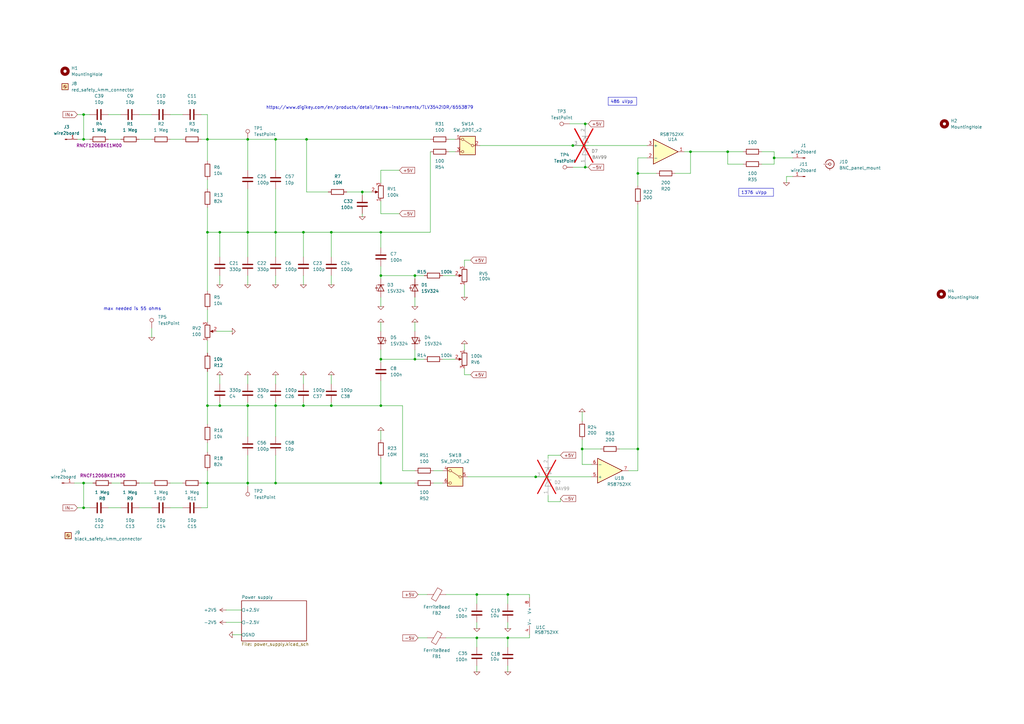
<source format=kicad_sch>
(kicad_sch (version 20250114) (generator "eeschema") (generator_version "9.0")
  (paper "A3")
  (title_block (title "1:200 800V 100 MHz differential probe") (rev "v1") (company "TPI"))
  (lib_symbols
    (symbol "Connector:Conn_01x01_Pin" (pin_names (offset 1.016) (hide yes))
      (property "Reference" "J" (at 0 2.54 0))
      (property "Value" "Conn_01x01_Pin" (at 0 -2.54 0))
      (symbol "Conn_01x01_Pin_1_1"
        (pin passive line (at 5.08 0 180) (length 3.81) (name "Pin_1") (number "1"))
      )
    )
    (symbol "Connector:TestPoint" (pin_numbers (hide yes)) (pin_names (offset 0.762) (hide yes))
      (property "Reference" "TP" (at 0 6.858 0))
      (property "Value" "TestPoint" (at 0 5.08 0))
      (symbol "TestPoint_1_1"
        (pin passive line (at 0 0 90) (length 2.54) (name "1") (number "1"))
      )
    )
    (symbol "DS100M06V_linear:1SV324" (pin_numbers (hide yes)) (pin_names (offset 1.016) (hide yes))
      (property "Reference" "D" (at 0 2.54 0))
      (property "Value" "1SV324" (at 0 -3.302 0))
      (symbol "1SV324_1_1"
        (pin passive line (at -3.81 0 0) (length 2.54) (name "K") (number "1"))
        (pin passive line (at 3.81 0 180) (length 2.54) (name "A") (number "2"))
      )
    )
    (symbol "DS100M08KV:AD8039" (pin_names (offset 0.127))
      (property "Reference" "U" (at 0 5.08 0))
      (property "Value" "AD8039" (at 0 -5.08 0))
      (symbol "AD8039_1_1"
        (pin input line (at -7.62 2.54 0) (length 2.54) (name "+") (number "3"))
        (pin input line (at -7.62 -2.54 0) (length 2.54) (name "-") (number "2"))
        (pin output line (at 7.62 0 180) (length 2.54) (name "~") (number "1"))
      )
      (symbol "AD8039_2_1"
        (pin input line (at -7.62 2.54 0) (length 2.54) (name "+") (number "5"))
        (pin input line (at -7.62 -2.54 0) (length 2.54) (name "-") (number "6"))
        (pin output line (at 7.62 0 180) (length 2.54) (name "~") (number "7"))
      )
      (symbol "AD8039_3_1"
        (pin power_in line (at -2.54 7.62 270) (length 3.81) (name "V+") (number "8"))
        (pin power_in line (at -2.54 -7.62 90) (length 3.81) (name "V-") (number "4"))
      )
    )
    (symbol "DS100M08KV:BNC_panel_mount" (pin_names (offset 1.016) (hide yes))
      (property "Reference" "J" (at 0.254 3.048 0))
      (property "Value" "BNC_panel_mount" (at 2.921 0 90))
    )
    (symbol "DS100M08KV:red_safety_4mm_connector" (pin_names (offset 1.016) (hide yes))
      (property "Reference" "J" (at 1.27 1.27 0))
      (property "Value" "red_safety_4mm_connector" (at 1.27 -3.81 0))
    )
    (symbol "Device:C" (pin_numbers (hide yes)) (pin_names (offset 0.254))
      (property "Reference" "C" (at 0.635 2.54 0))
      (property "Value" "C" (at 0.635 -2.54 0))
      (symbol "C_1_1"
        (pin passive line (at 0 3.81 270) (length 2.794) (name "~") (number "1"))
        (pin passive line (at 0 -3.81 90) (length 2.794) (name "~") (number "2"))
      )
    )
    (symbol "Device:FerriteBead" (pin_numbers (hide yes)) (pin_names (offset 0))
      (property "Reference" "FB" (at -3.81 0.635 90))
      (property "Value" "FerriteBead" (at 3.81 0 90))
      (symbol "FerriteBead_1_1"
        (pin passive line (at 0 3.81 270) (length 2.54) (name "~") (number "1"))
        (pin passive line (at 0 -3.81 90) (length 2.54) (name "~") (number "2"))
      )
    )
    (symbol "Device:R" (pin_numbers (hide yes)) (pin_names (offset 0))
      (property "Reference" "R" (at 2.032 0 90))
      (property "Value" "R" (at 0 0 90))
      (symbol "R_1_1"
        (pin passive line (at 0 3.81 270) (length 1.27) (name "~") (number "1"))
        (pin passive line (at 0 -3.81 90) (length 1.27) (name "~") (number "2"))
      )
    )
    (symbol "Device:R_Potentiometer" (pin_names (offset 1.016) (hide yes))
      (property "Reference" "RV" (at -4.445 0 90))
      (property "Value" "R_Potentiometer" (at -2.54 0 90))
      (symbol "R_Potentiometer_1_1"
        (pin passive line (at 0 3.81 270) (length 1.27) (name "1") (number "1"))
        (pin passive line (at 0 -3.81 90) (length 1.27) (name "3") (number "3"))
        (pin passive line (at 3.81 0 180) (length 1.27) (name "2") (number "2"))
      )
    )
    (symbol "Diode:BAV99" (pin_names (hide yes))
      (property "Reference" "D" (at 0 5.08 0))
      (property "Value" "BAV99" (at 0 2.54 0))
      (symbol "BAV99_1_1"
        (pin passive line (at -7.62 0 0) (length 2.54) (name "K") (number "1"))
        (pin passive line (at 0 -5.08 90) (length 2.54) (name "K") (number "3"))
        (pin passive line (at 7.62 0 180) (length 2.54) (name "A") (number "2"))
      )
    )
    (symbol "Mechanical:MountingHole" (pin_names (offset 1.016))
      (property "Reference" "H" (at 0 5.08 0))
      (property "Value" "MountingHole" (at 0 3.175 0))
    )
    (symbol "Simulation_SPICE:0" (power) (pin_names (offset 0))
      (property "Value" "0" (at 0 -1.778 0))
      (symbol "0_1_1"
        (pin power_in line (at 0 0 0) (length 0) (hide yes) (name "0") (number "1"))
      )
    )
    (symbol "Switch:SW_DPDT_x2" (pin_names (offset 0) (hide yes))
      (property "Reference" "SW" (at 0 5.08 0))
      (property "Value" "SW_DPDT_x2" (at 0 -5.08 0))
      (symbol "SW_DPDT_x2_1_1"
        (pin passive line (at -5.08 0 0) (length 2.54) (name "B") (number "2"))
        (pin passive line (at 5.08 2.54 180) (length 2.54) (name "A") (number "1"))
        (pin passive line (at 5.08 -2.54 180) (length 2.54) (name "C") (number "3"))
      )
      (symbol "SW_DPDT_x2_2_1"
        (pin passive line (at -5.08 0 0) (length 2.54) (name "B") (number "5"))
        (pin passive line (at 5.08 2.54 180) (length 2.54) (name "A") (number "4"))
        (pin passive line (at 5.08 -2.54 180) (length 2.54) (name "C") (number "6"))
      )
    )
    (symbol "diff-probe:black_safety_4mm_connector" (pin_names (offset 1.016) (hide yes))
      (property "Reference" "J" (at 1.27 1.27 0))
      (property "Value" "black_safety_4mm_connector" (at 1.27 -3.81 0))
    )
    (symbol "power:+2V5" (power) (pin_numbers (hide yes)) (pin_names (offset 0) (hide yes))
      (property "Value" "+2V5" (at 0 3.556 0))
      (symbol "+2V5_1_1"
        (pin power_in line (at 0 0 90) (length 0) (name "~") (number "1"))
      )
    )
  )
  (text "https://www.digikey.com/en/products/detail/texas-instruments/TLV3542IDR/6553879" (at 151.638 44.196 0) (effects (font (size 1.27 1.27))))
  (text "max needed is 55 ohms\n" (at 42.418 127.508 0) (effects (font (size 1.27 1.27)) (justify left bottom)))
  (text_box "1376 uVpp" (at 303.022 77.216 0) (size 14.224 3.302) (margins 0.9525 0.9525 0.9525 0.9525) (effects (font (size 1.27 1.27)) (justify left top)))
  (text_box "486 uVpp" (at 249.428 39.878 0) (size 11.684 3.302) (margins 0.9525 0.9525 0.9525 0.9525) (effects (font (size 1.27 1.27)) (justify left top)))
  (junction (at 85.09 57.15))
  (junction (at 90.17 166.37))
  (junction (at 135.89 166.37))
  (junction (at 298.45 62.23))
  (junction (at 135.89 95.25))
  (junction (at 124.46 166.37))
  (junction (at 240.03 68.58))
  (junction (at 238.76 184.15))
  (junction (at 156.21 113.03))
  (junction (at 261.62 71.12))
  (junction (at 170.18 147.32))
  (junction (at 85.09 95.25))
  (junction (at 101.6 95.25))
  (junction (at 34.29 57.15))
  (junction (at 219.71 195.58))
  (junction (at 208.28 243.84))
  (junction (at 34.29 198.12))
  (junction (at 234.95 59.69))
  (junction (at 283.21 62.23))
  (junction (at 261.62 184.15))
  (junction (at 34.29 46.99))
  (junction (at 113.03 198.12))
  (junction (at 125.73 57.15))
  (junction (at 240.03 50.8))
  (junction (at 170.18 113.03))
  (junction (at 113.03 57.15))
  (junction (at 85.09 198.12))
  (junction (at 34.29 208.28))
  (junction (at 156.21 147.32))
  (junction (at 156.21 198.12))
  (junction (at 101.6 166.37))
  (junction (at 148.59 78.74))
  (junction (at 101.6 57.15))
  (junction (at 156.21 166.37))
  (junction (at 85.09 166.37))
  (junction (at 90.17 95.25))
  (junction (at 195.58 261.62))
  (junction (at 195.58 243.84))
  (junction (at 113.03 166.37))
  (junction (at 124.46 95.25))
  (junction (at 101.6 198.12))
  (junction (at 317.5 64.77))
  (junction (at 156.21 95.25))
  (junction (at 208.28 261.62))
  (junction (at 113.03 95.25))
  (wire (pts (xy 125.73 57.15) (xy 125.73 78.74)))
  (wire (pts (xy 90.17 153.67) (xy 90.17 157.48)))
  (wire (pts (xy 101.6 77.47) (xy 101.6 95.25)))
  (wire (pts (xy 182.88 243.84) (xy 195.58 243.84)))
  (wire (pts (xy 135.89 166.37) (xy 156.21 166.37)))
  (wire (pts (xy 57.15 208.28) (xy 62.23 208.28)))
  (wire (pts (xy 196.85 59.69) (xy 234.95 59.69)))
  (wire (pts (xy 322.58 72.39) (xy 322.58 74.93)))
  (wire (pts (xy 85.09 198.12) (xy 101.6 198.12)))
  (wire (pts (xy 276.86 71.12) (xy 283.21 71.12)))
  (wire (pts (xy 124.46 157.48) (xy 124.46 153.67)))
  (wire (pts (xy 101.6 95.25) (xy 101.6 105.41)))
  (wire (pts (xy 31.75 57.15) (xy 34.29 57.15)))
  (wire (pts (xy 170.18 113.03) (xy 173.99 113.03)))
  (wire (pts (xy 191.77 195.58) (xy 219.71 195.58)))
  (wire (pts (xy 90.17 166.37) (xy 90.17 165.1)))
  (wire (pts (xy 101.6 198.12) (xy 113.03 198.12)))
  (wire (pts (xy 113.03 166.37) (xy 124.46 166.37)))
  (wire (pts (xy 148.59 87.63) (xy 148.59 88.9)))
  (wire (pts (xy 90.17 95.25) (xy 90.17 105.41)))
  (wire (pts (xy 254 184.15) (xy 261.62 184.15)))
  (wire (pts (xy 195.58 243.84) (xy 208.28 243.84)))
  (wire (pts (xy 85.09 193.04) (xy 85.09 198.12)))
  (wire (pts (xy 101.6 199.39) (xy 101.6 198.12)))
  (wire (pts (xy 124.46 95.25) (xy 124.46 105.41)))
  (wire (pts (xy 234.95 59.69) (xy 265.43 59.69)))
  (wire (pts (xy 124.46 95.25) (xy 135.89 95.25)))
  (wire (pts (xy 92.71 250.19) (xy 99.06 250.19)))
  (wire (pts (xy 101.6 166.37) (xy 101.6 165.1)))
  (wire (pts (xy 298.45 67.31) (xy 298.45 62.23)))
  (wire (pts (xy 312.42 62.23) (xy 317.5 62.23)))
  (wire (pts (xy 208.28 255.27) (xy 208.28 257.81)))
  (wire (pts (xy 113.03 166.37) (xy 113.03 165.1)))
  (wire (pts (xy 317.5 64.77) (xy 317.5 62.23)))
  (wire (pts (xy 113.03 57.15) (xy 113.03 69.85)))
  (wire (pts (xy 113.03 77.47) (xy 113.03 95.25)))
  (wire (pts (xy 124.46 166.37) (xy 124.46 165.1)))
  (wire (pts (xy 113.03 113.03) (xy 113.03 116.84)))
  (wire (pts (xy 195.58 261.62) (xy 195.58 265.43)))
  (wire (pts (xy 31.75 46.99) (xy 34.29 46.99)))
  (wire (pts (xy 135.89 113.03) (xy 135.89 116.84)))
  (wire (pts (xy 57.15 57.15) (xy 62.23 57.15)))
  (wire (pts (xy 156.21 69.85) (xy 156.21 74.93)))
  (wire (pts (xy 82.55 46.99) (xy 85.09 46.99)))
  (wire (pts (xy 45.72 198.12) (xy 49.53 198.12)))
  (wire (pts (xy 85.09 73.66) (xy 85.09 77.47)))
  (wire (pts (xy 156.21 176.53) (xy 156.21 180.34)))
  (wire (pts (xy 135.89 95.25) (xy 135.89 105.41)))
  (wire (pts (xy 69.85 198.12) (xy 74.93 198.12)))
  (wire (pts (xy 170.18 113.03) (xy 170.18 114.3)))
  (wire (pts (xy 208.28 261.62) (xy 208.28 265.43)))
  (wire (pts (xy 134.62 78.74) (xy 125.73 78.74)))
  (wire (pts (xy 176.53 95.25) (xy 156.21 95.25)))
  (wire (pts (xy 283.21 62.23) (xy 280.67 62.23)))
  (wire (pts (xy 156.21 113.03) (xy 170.18 113.03)))
  (wire (pts (xy 238.76 184.15) (xy 246.38 184.15)))
  (wire (pts (xy 113.03 57.15) (xy 125.73 57.15)))
  (wire (pts (xy 208.28 243.84) (xy 208.28 247.65)))
  (wire (pts (xy 238.76 168.91) (xy 238.76 172.72)))
  (wire (pts (xy 181.61 147.32) (xy 186.69 147.32)))
  (wire (pts (xy 101.6 166.37) (xy 101.6 179.07)))
  (wire (pts (xy 170.18 147.32) (xy 173.99 147.32)))
  (wire (pts (xy 322.58 72.39) (xy 325.12 72.39)))
  (wire (pts (xy 34.29 46.99) (xy 34.29 57.15)))
  (wire (pts (xy 181.61 113.03) (xy 186.69 113.03)))
  (wire (pts (xy 57.15 198.12) (xy 62.23 198.12)))
  (wire (pts (xy 31.75 208.28) (xy 34.29 208.28)))
  (wire (pts (xy 163.83 69.85) (xy 156.21 69.85)))
  (wire (pts (xy 238.76 190.5) (xy 238.76 184.15)))
  (wire (pts (xy 85.09 127) (xy 85.09 132.08)))
  (wire (pts (xy 224.79 205.74) (xy 224.79 203.2)))
  (wire (pts (xy 34.29 208.28) (xy 34.29 198.12)))
  (wire (pts (xy 135.89 157.48) (xy 135.89 153.67)))
  (wire (pts (xy 85.09 46.99) (xy 85.09 57.15)))
  (wire (pts (xy 92.71 255.27) (xy 99.06 255.27)))
  (wire (pts (xy 181.61 193.04) (xy 177.8 193.04)))
  (wire (pts (xy 113.03 198.12) (xy 156.21 198.12)))
  (wire (pts (xy 156.21 82.55) (xy 156.21 87.63)))
  (wire (pts (xy 170.18 135.89) (xy 170.18 132.08)))
  (wire (pts (xy 175.26 261.62) (xy 171.45 261.62)))
  (wire (pts (xy 170.18 143.51) (xy 170.18 147.32)))
  (wire (pts (xy 193.04 153.67) (xy 190.5 153.67)))
  (wire (pts (xy 85.09 166.37) (xy 90.17 166.37)))
  (wire (pts (xy 135.89 166.37) (xy 135.89 165.1)))
  (wire (pts (xy 193.04 106.68) (xy 190.5 106.68)))
  (wire (pts (xy 113.03 157.48) (xy 113.03 153.67)))
  (wire (pts (xy 241.3 50.8) (xy 240.03 50.8)))
  (wire (pts (xy 101.6 186.69) (xy 101.6 198.12)))
  (wire (pts (xy 261.62 71.12) (xy 261.62 76.2)))
  (wire (pts (xy 176.53 57.15) (xy 125.73 57.15)))
  (wire (pts (xy 171.45 243.84) (xy 175.26 243.84)))
  (wire (pts (xy 241.3 68.58) (xy 240.03 68.58)))
  (wire (pts (xy 82.55 208.28) (xy 85.09 208.28)))
  (wire (pts (xy 44.45 46.99) (xy 49.53 46.99)))
  (wire (pts (xy 69.85 208.28) (xy 74.93 208.28)))
  (wire (pts (xy 85.09 198.12) (xy 85.09 208.28)))
  (wire (pts (xy 135.89 95.25) (xy 156.21 95.25)))
  (wire (pts (xy 152.4 78.74) (xy 148.59 78.74)))
  (wire (pts (xy 283.21 62.23) (xy 298.45 62.23)))
  (wire (pts (xy 156.21 148.59) (xy 156.21 147.32)))
  (wire (pts (xy 148.59 78.74) (xy 148.59 80.01)))
  (wire (pts (xy 163.83 87.63) (xy 156.21 87.63)))
  (wire (pts (xy 156.21 121.92) (xy 156.21 125.73)))
  (wire (pts (xy 156.21 143.51) (xy 156.21 147.32)))
  (wire (pts (xy 217.17 261.62) (xy 217.17 260.35)))
  (wire (pts (xy 224.79 205.74) (xy 229.87 205.74)))
  (wire (pts (xy 195.58 243.84) (xy 195.58 247.65)))
  (wire (pts (xy 156.21 147.32) (xy 170.18 147.32)))
  (wire (pts (xy 317.5 67.31) (xy 317.5 64.77)))
  (wire (pts (xy 190.5 153.67) (xy 190.5 151.13)))
  (wire (pts (xy 156.21 113.03) (xy 156.21 114.3)))
  (wire (pts (xy 101.6 157.48) (xy 101.6 153.67)))
  (wire (pts (xy 269.24 71.12) (xy 261.62 71.12)))
  (wire (pts (xy 30.48 198.12) (xy 34.29 198.12)))
  (wire (pts (xy 240.03 50.8) (xy 240.03 52.07)))
  (wire (pts (xy 238.76 180.34) (xy 238.76 184.15)))
  (wire (pts (xy 298.45 62.23) (xy 304.8 62.23)))
  (wire (pts (xy 101.6 57.15) (xy 101.6 69.85)))
  (wire (pts (xy 195.58 273.05) (xy 195.58 275.59)))
  (wire (pts (xy 184.15 57.15) (xy 186.69 57.15)))
  (wire (pts (xy 82.55 57.15) (xy 85.09 57.15)))
  (wire (pts (xy 156.21 156.21) (xy 156.21 166.37)))
  (wire (pts (xy 44.45 57.15) (xy 49.53 57.15)))
  (wire (pts (xy 156.21 198.12) (xy 170.18 198.12)))
  (wire (pts (xy 85.09 181.61) (xy 85.09 185.42)))
  (wire (pts (xy 85.09 166.37) (xy 85.09 173.99)))
  (wire (pts (xy 85.09 95.25) (xy 85.09 119.38)))
  (wire (pts (xy 234.95 68.58) (xy 240.03 68.58)))
  (wire (pts (xy 101.6 113.03) (xy 101.6 116.84)))
  (wire (pts (xy 156.21 109.22) (xy 156.21 113.03)))
  (wire (pts (xy 208.28 273.05) (xy 208.28 275.59)))
  (wire (pts (xy 101.6 95.25) (xy 113.03 95.25)))
  (wire (pts (xy 113.03 95.25) (xy 113.03 105.41)))
  (wire (pts (xy 148.59 78.74) (xy 142.24 78.74)))
  (wire (pts (xy 34.29 46.99) (xy 36.83 46.99)))
  (wire (pts (xy 170.18 193.04) (xy 165.1 193.04)))
  (wire (pts (xy 124.46 113.03) (xy 124.46 116.84)))
  (wire (pts (xy 113.03 186.69) (xy 113.03 198.12)))
  (wire (pts (xy 190.5 116.84) (xy 190.5 121.92)))
  (wire (pts (xy 261.62 64.77) (xy 261.62 71.12)))
  (wire (pts (xy 208.28 261.62) (xy 217.17 261.62)))
  (wire (pts (xy 312.42 67.31) (xy 317.5 67.31)))
  (wire (pts (xy 304.8 67.31) (xy 298.45 67.31)))
  (wire (pts (xy 85.09 57.15) (xy 101.6 57.15)))
  (wire (pts (xy 34.29 198.12) (xy 38.1 198.12)))
  (wire (pts (xy 261.62 83.82) (xy 261.62 184.15)))
  (wire (pts (xy 190.5 143.51) (xy 190.5 140.97)))
  (wire (pts (xy 85.09 85.09) (xy 85.09 95.25)))
  (wire (pts (xy 190.5 106.68) (xy 190.5 109.22)))
  (wire (pts (xy 170.18 121.92) (xy 170.18 125.73)))
  (wire (pts (xy 261.62 184.15) (xy 261.62 193.04)))
  (wire (pts (xy 177.8 198.12) (xy 181.61 198.12)))
  (wire (pts (xy 101.6 166.37) (xy 113.03 166.37)))
  (wire (pts (xy 85.09 57.15) (xy 85.09 66.04)))
  (wire (pts (xy 85.09 95.25) (xy 90.17 95.25)))
  (wire (pts (xy 156.21 187.96) (xy 156.21 198.12)))
  (wire (pts (xy 82.55 198.12) (xy 85.09 198.12)))
  (wire (pts (xy 62.23 134.62) (xy 62.23 138.43)))
  (wire (pts (xy 165.1 166.37) (xy 156.21 166.37)))
  (wire (pts (xy 176.53 62.23) (xy 176.53 95.25)))
  (wire (pts (xy 124.46 166.37) (xy 135.89 166.37)))
  (wire (pts (xy 156.21 95.25) (xy 156.21 101.6)))
  (wire (pts (xy 165.1 193.04) (xy 165.1 166.37)))
  (wire (pts (xy 265.43 64.77) (xy 261.62 64.77)))
  (wire (pts (xy 229.87 205.74) (xy 229.87 204.47)))
  (wire (pts (xy 195.58 255.27) (xy 195.58 257.81)))
  (wire (pts (xy 208.28 261.62) (xy 195.58 261.62)))
  (wire (pts (xy 88.9 135.89) (xy 95.25 135.89)))
  (wire (pts (xy 85.09 139.7) (xy 85.09 144.78)))
  (wire (pts (xy 90.17 166.37) (xy 101.6 166.37)))
  (wire (pts (xy 85.09 152.4) (xy 85.09 166.37)))
  (wire (pts (xy 69.85 46.99) (xy 74.93 46.99)))
  (wire (pts (xy 57.15 46.99) (xy 62.23 46.99)))
  (wire (pts (xy 240.03 68.58) (xy 240.03 67.31)))
  (wire (pts (xy 219.71 195.58) (xy 242.57 195.58)))
  (wire (pts (xy 69.85 57.15) (xy 74.93 57.15)))
  (wire (pts (xy 317.5 64.77) (xy 325.12 64.77)))
  (wire (pts (xy 44.45 208.28) (xy 49.53 208.28)))
  (wire (pts (xy 90.17 95.25) (xy 101.6 95.25)))
  (wire (pts (xy 182.88 261.62) (xy 195.58 261.62)))
  (wire (pts (xy 186.69 62.23) (xy 184.15 62.23)))
  (wire (pts (xy 224.79 186.69) (xy 229.87 186.69)))
  (wire (pts (xy 283.21 62.23) (xy 283.21 71.12)))
  (wire (pts (xy 34.29 208.28) (xy 36.83 208.28)))
  (wire (pts (xy 208.28 243.84) (xy 217.17 243.84)))
  (wire (pts (xy 261.62 193.04) (xy 257.81 193.04)))
  (wire (pts (xy 233.68 50.8) (xy 240.03 50.8)))
  (wire (pts (xy 156.21 135.89) (xy 156.21 132.08)))
  (wire (pts (xy 217.17 243.84) (xy 217.17 245.11)))
  (wire (pts (xy 242.57 190.5) (xy 238.76 190.5)))
  (wire (pts (xy 224.79 186.69) (xy 224.79 187.96)))
  (wire (pts (xy 90.17 113.03) (xy 90.17 116.84)))
  (wire (pts (xy 99.06 260.35) (xy 95.25 260.35)))
  (wire (pts (xy 113.03 166.37) (xy 113.03 179.07)))
  (wire (pts (xy 113.03 95.25) (xy 124.46 95.25)))
  (wire (pts (xy 101.6 57.15) (xy 113.03 57.15)))
  (wire (pts (xy 34.29 57.15) (xy 36.83 57.15)))
  (global_label "IN-" (shape input) (at 31.75 208.28 180) (property "Intersheetrefs" "${INTERSHEET_REFS}" (effects (hide yes))))
  (global_label "+5V" (shape input) (at 163.83 69.85 0) (property "Intersheetrefs" "${INTERSHEET_REFS}" (effects (hide yes))))
  (global_label "-5V" (shape input) (at 241.3 68.58 0) (property "Intersheetrefs" "${INTERSHEET_REFS}" (effects (hide yes))))
  (global_label "+5V" (shape input) (at 229.87 186.69 0) (property "Intersheetrefs" "${INTERSHEET_REFS}" (effects (hide yes))))
  (global_label "+5V" (shape input) (at 171.45 243.84 180) (property "Intersheetrefs" "${INTERSHEET_REFS}" (effects (hide yes))))
  (global_label "-5V" (shape input) (at 163.83 87.63 0) (property "Intersheetrefs" "${INTERSHEET_REFS}" (effects (hide yes))))
  (global_label "+5V" (shape input) (at 193.04 153.67 0) (property "Intersheetrefs" "${INTERSHEET_REFS}" (effects (hide yes))))
  (global_label "-5V" (shape input) (at 171.45 261.62 180) (property "Intersheetrefs" "${INTERSHEET_REFS}" (effects (hide yes))))
  (global_label "-5V" (shape input) (at 229.87 204.47 0) (property "Intersheetrefs" "${INTERSHEET_REFS}" (effects (hide yes))))
  (global_label "+5V" (shape input) (at 241.3 50.8 0) (property "Intersheetrefs" "${INTERSHEET_REFS}" (effects (hide yes))))
  (global_label "IN+" (shape input) (at 31.75 46.99 180) (property "Intersheetrefs" "${INTERSHEET_REFS}" (effects (hide yes))))
  (global_label "+5V" (shape input) (at 193.04 106.68 0) (property "Intersheetrefs" "${INTERSHEET_REFS}" (effects (hide yes))))
  (symbol (lib_id "Device:R") (at 85.09 69.85 180) (unit 1)
    (property "Reference" "R6" (at 87.63 68.5799 0) (effects (justify right)))
    (property "Value" "10k" (at 87.63 71.1199 0) (effects (justify right)))
    (property "Footprint" "Resistor_SMD:R_0603_1608Metric_Pad0.98x0.95mm_HandSolder" (effects (hide yes)))
  )
  (symbol (lib_id "Simulation_SPICE:0") (at 156.21 125.73 0) (unit 1)
    (property "Reference" "#GND05" (effects (hide yes)))
    (property "Value" "0" (effects (hide yes)))
  )
  (symbol (lib_id "Device:R_Potentiometer") (at 156.21 78.74 180) (unit 1) (exclude_from_sim yes)
    (property "Reference" "RV1" (at 158.75 77.47 0) (effects (justify right)))
    (property "Value" "100k" (at 158.75 80.01 0) (effects (justify right)))
    (property "Footprint" "Potentiometer_THT:Potentiometer_Bourns_3296W_Vertical" (effects (hide yes)))
  )
  (symbol (lib_id "Device:R") (at 173.99 193.04 270) (unit 1)
    (property "Reference" "R51" (at 173.99 186.69 90))
    (property "Value" "100" (at 173.99 189.23 90))
    (property "Footprint" "Resistor_SMD:R_0603_1608Metric_Pad0.98x0.95mm_HandSolder" (effects (hide yes)))
    (property "LCSC" "C22775" (effects (hide yes)))
  )
  (symbol (lib_id "Connector:TestPoint") (at 234.95 68.58 90) (unit 1)
    (property "Reference" "TP4" (at 231.648 63.5 90))
    (property "Value" "TestPoint" (at 231.648 66.04 90))
    (property "Footprint" "TestPoint:TestPoint_Pad_D2.0mm" (effects (hide yes)))
  )
  (symbol (lib_id "Device:C") (at 90.17 161.29 180) (unit 1)
    (property "Reference" "C4" (at 93.98 162.5601 0) (effects (justify right)))
    (property "Value" "330p" (at 93.98 160.0201 0) (effects (justify right)))
    (property "Footprint" "Resistor_SMD:R_0603_1608Metric_Pad0.98x0.95mm_HandSolder" (effects (hide yes)))
    (property "LCSC" "C1664" (effects (hide yes)))
  )
  (symbol (lib_id "Device:R") (at 66.04 57.15 90) (unit 1)
    (property "Reference" "R2" (at 66.04 50.8 90))
    (property "Value" "1 Meg" (at 66.04 53.34 90))
    (property "Footprint" "Resistor_SMD:R_1206_3216Metric_Pad1.30x1.75mm_HandSolder" (effects (hide yes)))
  )
  (symbol (lib_id "Device:R") (at 156.21 184.15 180) (unit 1)
    (property "Reference" "R23" (at 160.782 183.896 0))
    (property "Value" "10M" (at 160.782 186.436 0))
    (property "Footprint" "Resistor_SMD:R_0603_1608Metric_Pad0.98x0.95mm_HandSolder" (effects (hide yes)))
    (property "LCSC" "C7250" (effects (hide yes)))
  )
  (symbol (lib_id "Device:R") (at 53.34 198.12 90) (mirror x) (unit 1)
    (property "Reference" "R9" (at 53.34 204.47 90))
    (property "Value" "1 Meg" (at 53.34 201.93 90))
    (property "Footprint" "Resistor_SMD:R_1206_3216Metric_Pad1.30x1.75mm_HandSolder" (effects (hide yes)))
  )
  (symbol (lib_id "Connector:Conn_01x01_Pin") (at 25.4 198.12 0) (unit 1)
    (property "Reference" "J4" (at 26.035 193.04 0))
    (property "Value" "wire2board" (at 26.035 195.58 0))
    (property "Footprint" "Connector_Wire:SolderWire-0.25sqmm_1x01_D0.65mm_OD1.7mm" (effects (hide yes)))
  )
  (symbol (lib_id "Mechanical:MountingHole") (at 26.67 29.21 0) (unit 1)
    (property "Reference" "H1" (at 29.21 27.94 0) (effects (justify left)))
    (property "Value" "MountingHole" (at 29.21 30.48 0) (effects (justify left)))
    (property "Footprint" "DS100M08KV:M3_with_screw" (effects (hide yes)))
  )
  (symbol (lib_id "Device:C") (at 101.6 182.88 180) (unit 1)
    (property "Reference" "C56" (at 105.41 181.6099 0) (effects (justify right)))
    (property "Value" "100p" (at 105.41 184.1499 0) (effects (justify right)))
    (property "Footprint" "Resistor_SMD:R_0603_1608Metric_Pad0.98x0.95mm_HandSolder" (effects (hide yes)))
    (property "LCSC" "C14858" (effects (hide yes)))
  )
  (symbol (lib_id "DS100M06V_linear:1SV324") (at 170.18 118.11 270) (unit 1)
    (property "Reference" "D1" (at 172.72 116.8399 90) (effects (justify left)))
    (property "Value" "1SV324" (at 172.72 119.3799 90) (effects (justify left)))
    (property "Footprint" "Diode_SMD:D_SOD-323_HandSoldering" (effects (hide yes)))
    (property "Datasheet" "https://www.mouser.com/datasheet/2/408/1365-25533.pdf?srsltid=AfmBOoozNAQM-9aMHapVQANmaf3CdeUV8OSoDCwvcDBKGJr7JhfsRjCM" (effects (hide yes)))
    (property "Description" "Variable capacitance diode" (effects (hide yes)))
  )
  (symbol (lib_id "Device:C") (at 66.04 208.28 270) (unit 1)
    (property "Reference" "C14" (at 66.04 215.9 90))
    (property "Value" "10p" (at 66.04 213.36 90))
    (property "Footprint" "Resistor_SMD:R_1206_3216Metric_Pad1.30x1.75mm_HandSolder" (effects (hide yes)))
  )
  (symbol (lib_id "Simulation_SPICE:0") (at 148.59 88.9 0) (mirror y) (unit 1)
    (property "Reference" "#GND031" (effects (hide yes)))
    (property "Value" "0" (effects (hide yes)))
  )
  (symbol (lib_id "Device:R") (at 238.76 176.53 180) (unit 1)
    (property "Reference" "R24" (at 242.824 175.26 0))
    (property "Value" "200" (at 242.824 177.546 0))
    (property "Footprint" "Resistor_SMD:R_0603_1608Metric_Pad0.98x0.95mm_HandSolder" (effects (hide yes)))
  )
  (symbol (lib_id "Simulation_SPICE:0") (at 195.58 275.59 0) (mirror y) (unit 1)
    (property "Reference" "#GND013" (effects (hide yes)))
    (property "Value" "0" (effects (hide yes)))
  )
  (symbol (lib_id "Simulation_SPICE:0") (at 190.5 140.97 0) (mirror x) (unit 1)
    (property "Reference" "#GND09" (effects (hide yes)))
    (property "Value" "0" (effects (hide yes)))
  )
  (symbol (lib_id "Device:FerriteBead") (at 179.07 261.62 270) (unit 1)
    (property "Reference" "FB1" (at 179.1208 269.24 90))
    (property "Value" "FerriteBead" (at 179.1208 266.7 90))
    (property "Footprint" "Inductor_SMD:L_0603_1608Metric_Pad1.05x0.95mm_HandSolder" (effects (hide yes)))
    (property "Description" "Ferrite bead" (effects (hide yes)))
  )
  (symbol (lib_id "Device:R") (at 85.09 148.59 0) (mirror y) (unit 1)
    (property "Reference" "R12" (at 87.63 149.86 0) (effects (justify right)))
    (property "Value" "10k" (at 87.63 147.32 0) (effects (justify right)))
    (property "Footprint" "Resistor_SMD:R_0603_1608Metric_Pad0.98x0.95mm_HandSolder" (effects (hide yes)))
  )
  (symbol (lib_id "Simulation_SPICE:0") (at 195.58 257.81 0) (mirror y) (unit 1)
    (property "Reference" "#GND014" (effects (hide yes)))
    (property "Value" "0" (effects (hide yes)))
  )
  (symbol (lib_id "Diode:BAV99") (at 224.79 195.58 270) (mirror x) (unit 1) (dnp yes)
    (property "Reference" "D2" (at 227.33 197.866 90) (effects (justify left)))
    (property "Value" "BAV99" (at 227.584 200.406 90) (effects (justify left)))
    (property "Footprint" "Package_TO_SOT_SMD:SOT-23" (effects (hide yes)))
    (property "Datasheet" "https://assets.nexperia.com/documents/data-sheet/BAV99_SER.pdf" (effects (hide yes)))
    (property "Description" "BAV99 High-speed switching diodes, SOT-23" (effects (hide yes)))
    (property "LCSC" "C2500" (effects (hide yes)))
  )
  (symbol (lib_id "Simulation_SPICE:0") (at 135.89 116.84 0) (unit 1)
    (property "Reference" "#GND017" (effects (hide yes)))
    (property "Value" "0" (effects (hide yes)))
  )
  (symbol (lib_id "Device:C") (at 113.03 109.22 180) (unit 1)
    (property "Reference" "C6" (at 116.84 107.9499 0) (effects (justify right)))
    (property "Value" "100p" (at 116.84 110.4899 0) (effects (justify right)))
    (property "Footprint" "Resistor_SMD:R_0603_1608Metric_Pad0.98x0.95mm_HandSolder" (effects (hide yes)))
    (property "LCSC" "C14858" (effects (hide yes)))
  )
  (symbol (lib_id "Device:R") (at 250.19 184.15 270) (unit 1)
    (property "Reference" "R53" (at 250.19 177.8 90))
    (property "Value" "200" (at 250.19 180.34 90))
    (property "Footprint" "Resistor_SMD:R_0603_1608Metric_Pad0.98x0.95mm_HandSolder" (effects (hide yes)))
  )
  (symbol (lib_id "Device:R") (at 177.8 113.03 90) (unit 1)
    (property "Reference" "R15" (at 172.974 111.506 90))
    (property "Value" "100k" (at 183.134 111.506 90))
    (property "Footprint" "Resistor_SMD:R_0603_1608Metric_Pad0.98x0.95mm_HandSolder" (effects (hide yes)))
    (property "LCSC" "C25803" (effects (hide yes)))
  )
  (symbol (lib_id "DS100M08KV:AD8039") (at 219.71 252.73 0) (unit 3)
    (property "Reference" "U1" (at 219.71 257.302 0) (effects (justify left)))
    (property "Value" "RS8752XK" (at 219.202 259.334 0) (effects (justify left)))
    (property "Footprint" "Package_SO:SOIC-8_3.9x4.9mm_P1.27mm" (effects (hide yes)))
    (property "Datasheet" "https://www.lcsc.com/datasheet/C236995.pdf" (effects (hide yes)))
    (property "Description" "Dual Operational Amplifiers, DIP-8/SOIC-8/TSSOP-8/VSSOP-8" (effects (hide yes)))
    (property "LCSC" "RS8752XK" (effects (hide yes)))
  )
  (symbol (lib_id "Device:C") (at 156.21 105.41 180) (unit 1)
    (property "Reference" "C7" (at 160.02 104.1399 0) (effects (justify right)))
    (property "Value" "100n" (at 160.02 106.6799 0) (effects (justify right)))
    (property "Footprint" "Capacitor_SMD:C_0603_1608Metric_Pad1.08x0.95mm_HandSolder" (effects (hide yes)))
    (property "LCSC" "C14663" (effects (hide yes)))
  )
  (symbol (lib_id "Device:C") (at 113.03 161.29 0) (mirror y) (unit 1)
    (property "Reference" "C26" (at 116.84 162.5601 0) (effects (justify right)))
    (property "Value" "100p" (at 116.84 160.0201 0) (effects (justify right)))
    (property "Footprint" "Resistor_SMD:R_0603_1608Metric_Pad0.98x0.95mm_HandSolder" (effects (hide yes)))
    (property "LCSC" "C14858" (effects (hide yes)))
  )
  (symbol (lib_id "Switch:SW_DPDT_x2") (at 191.77 59.69 0) (mirror y) (unit 1)
    (property "Reference" "SW1" (at 191.77 50.8 0))
    (property "Value" "SW_DPDT_x2" (at 191.77 53.34 0))
    (property "Footprint" "DS100M08KV:DPDT_bigger" (effects (hide yes)))
    (property "Description" "Switch, dual pole double throw, separate symbols" (effects (hide yes)))
  )
  (symbol (lib_id "Device:FerriteBead") (at 179.07 243.84 270) (unit 1)
    (property "Reference" "FB2" (at 179.1208 251.46 90))
    (property "Value" "FerriteBead" (at 179.1208 248.92 90))
    (property "Footprint" "Inductor_SMD:L_0603_1608Metric_Pad1.05x0.95mm_HandSolder" (effects (hide yes)))
    (property "Description" "Ferrite bead" (effects (hide yes)))
  )
  (symbol (lib_id "Device:R") (at 180.34 57.15 270) (unit 1)
    (property "Reference" "R31" (at 180.34 50.8 90))
    (property "Value" "100" (at 180.34 53.34 90))
    (property "Footprint" "Resistor_SMD:R_0603_1608Metric_Pad0.98x0.95mm_HandSolder" (effects (hide yes)))
    (property "LCSC" "C22775" (effects (hide yes)))
  )
  (symbol (lib_id "DS100M08KV:BNC_panel_mount") (at 340.36 67.31 0) (unit 1)
    (property "Reference" "J10" (at 344.17 66.3331 0) (effects (justify left)))
    (property "Value" "BNC_panel_mount" (at 344.17 68.8731 0) (effects (justify left)))
    (property "Footprint" "DS100M08KV:BNC_panel_mount" (effects (hide yes)))
    (property "Description" "coaxial connector (BNC, SMA, SMB, SMC, Cinch/RCA, LEMO, ...)" (effects (hide yes)))
  )
  (symbol (lib_id "Device:R") (at 261.62 80.01 180) (unit 1)
    (property "Reference" "R22" (at 265.684 78.74 0))
    (property "Value" "200" (at 265.684 81.026 0))
    (property "Footprint" "Resistor_SMD:R_0603_1608Metric_Pad0.98x0.95mm_HandSolder" (effects (hide yes)))
  )
  (symbol (lib_id "Simulation_SPICE:0") (at 208.28 275.59 0) (mirror y) (unit 1)
    (property "Reference" "#GND027" (effects (hide yes)))
    (property "Value" "0" (effects (hide yes)))
  )
  (symbol (lib_id "Device:R") (at 85.09 81.28 180) (unit 1)
    (property "Reference" "R13" (at 87.63 80.0099 0) (effects (justify right)))
    (property "Value" "82k" (at 87.63 82.5499 0) (effects (justify right)))
    (property "Footprint" "Resistor_SMD:R_0603_1608Metric_Pad0.98x0.95mm_HandSolder" (effects (hide yes)))
  )
  (symbol (lib_id "Connector:TestPoint") (at 101.6 199.39 180) (unit 1)
    (property "Reference" "TP2" (at 104.14 201.422 0) (effects (justify right)))
    (property "Value" "TestPoint" (at 104.14 203.962 0) (effects (justify right)))
    (property "Footprint" "TestPoint:TestPoint_Pad_D2.0mm" (effects (hide yes)))
  )
  (symbol (lib_id "Simulation_SPICE:0") (at 113.03 116.84 0) (unit 1)
    (property "Reference" "#GND03" (effects (hide yes)))
    (property "Value" "0" (effects (hide yes)))
  )
  (symbol (lib_id "Device:R") (at 85.09 123.19 180) (unit 1)
    (property "Reference" "R5" (at 87.63 121.9199 0) (effects (justify right)))
    (property "Value" "10k" (at 87.63 124.4599 0) (effects (justify right)))
    (property "Footprint" "Resistor_SMD:R_0603_1608Metric_Pad0.98x0.95mm_HandSolder" (effects (hide yes)))
  )
  (symbol (lib_id "Simulation_SPICE:0") (at 95.25 260.35 270) (unit 1)
    (property "Reference" "#GND025" (effects (hide yes)))
    (property "Value" "0" (effects (hide yes)))
  )
  (symbol (lib_id "Connector:Conn_01x01_Pin") (at 26.67 57.15 0) (unit 1)
    (property "Reference" "J3" (at 27.305 52.07 0))
    (property "Value" "wire2board" (at 27.305 54.61 0))
    (property "Footprint" "Connector_Wire:SolderWire-0.25sqmm_1x01_D0.65mm_OD1.7mm" (effects (hide yes)))
  )
  (symbol (lib_id "Simulation_SPICE:0") (at 90.17 153.67 0) (mirror x) (unit 1)
    (property "Reference" "#GND02" (effects (hide yes)))
    (property "Value" "0" (effects (hide yes)))
  )
  (symbol (lib_id "Device:R_Potentiometer") (at 190.5 113.03 180) (unit 1) (exclude_from_sim yes)
    (property "Reference" "RV5" (at 196.342 112.268 0) (effects (justify right)))
    (property "Value" "100k" (at 196.342 114.3 0) (effects (justify right)))
    (property "Footprint" "Potentiometer_THT:Potentiometer_Bourns_3296W_Vertical" (effects (hide yes)))
  )
  (symbol (lib_id "Connector:TestPoint") (at 62.23 134.62 0) (unit 1)
    (property "Reference" "TP5" (at 64.77 130.048 0) (effects (justify left)))
    (property "Value" "TestPoint" (at 64.77 132.588 0) (effects (justify left)))
    (property "Footprint" "TestPoint:TestPoint_Pad_D2.0mm" (effects (hide yes)))
  )
  (symbol (lib_id "Connector:TestPoint") (at 101.6 57.15 0) (unit 1)
    (property "Reference" "TP1" (at 104.14 52.578 0) (effects (justify left)))
    (property "Value" "TestPoint" (at 104.14 55.118 0) (effects (justify left)))
    (property "Footprint" "TestPoint:TestPoint_Pad_D2.0mm" (effects (hide yes)))
  )
  (symbol (lib_id "Device:C") (at 101.6 161.29 180) (unit 1)
    (property "Reference" "C5" (at 105.41 162.5601 0) (effects (justify right)))
    (property "Value" "330p" (at 105.41 160.0201 0) (effects (justify right)))
    (property "Footprint" "Resistor_SMD:R_0603_1608Metric_Pad0.98x0.95mm_HandSolder" (effects (hide yes)))
    (property "LCSC" "C1664" (effects (hide yes)))
  )
  (symbol (lib_id "Device:R") (at 78.74 57.15 90) (unit 1)
    (property "Reference" "R3" (at 78.74 50.8 90))
    (property "Value" "1 Meg" (at 78.74 53.34 90))
    (property "Footprint" "Resistor_SMD:R_1206_3216Metric_Pad1.30x1.75mm_HandSolder" (effects (hide yes)))
  )
  (symbol (lib_id "Device:C") (at 135.89 109.22 180) (unit 1)
    (property "Reference" "C24" (at 139.7 107.9499 0) (effects (justify right)))
    (property "Value" "100p" (at 139.7 110.4899 0) (effects (justify right)))
    (property "Footprint" "Resistor_SMD:R_0603_1608Metric_Pad0.98x0.95mm_HandSolder" (effects (hide yes)))
    (property "LCSC" "C14858" (effects (hide yes)))
  )
  (symbol (lib_id "Device:C") (at 101.6 73.66 180) (unit 1)
    (property "Reference" "C25" (at 105.41 72.3899 0) (effects (justify right)))
    (property "Value" "100p" (at 105.41 74.9299 0) (effects (justify right)))
    (property "Footprint" "Resistor_SMD:R_0603_1608Metric_Pad0.98x0.95mm_HandSolder" (effects (hide yes)))
    (property "LCSC" "C14858" (effects (hide yes)))
  )
  (symbol (lib_id "power:+2V5") (at 92.71 250.19 90) (unit 1)
    (property "Reference" "#PWR01" (effects (hide yes)))
    (property "Value" "+2V5" (at 88.9 250.1899 90) (effects (justify left)))
    (property "Description" "Power symbol creates a global label with name \"+2V5\"" (effects (hide yes)))
  )
  (symbol (lib_id "Mechanical:MountingHole") (at 386.08 120.65 0) (unit 1)
    (property "Reference" "H4" (at 388.62 119.38 0) (effects (justify left)))
    (property "Value" "MountingHole" (at 388.62 121.92 0) (effects (justify left)))
    (property "Footprint" "DS100M08KV:M3_with_screw" (effects (hide yes)))
  )
  (symbol (lib_id "Device:C") (at 40.64 208.28 270) (unit 1)
    (property "Reference" "C12" (at 40.64 215.9 90))
    (property "Value" "10p" (at 40.64 213.36 90))
    (property "Footprint" "Resistor_SMD:R_1206_3216Metric_Pad1.30x1.75mm_HandSolder" (effects (hide yes)))
  )
  (symbol (lib_id "Simulation_SPICE:0") (at 156.21 132.08 0) (mirror x) (unit 1)
    (property "Reference" "#GND07" (effects (hide yes)))
    (property "Value" "0" (effects (hide yes)))
  )
  (symbol (lib_id "Simulation_SPICE:0") (at 124.46 153.67 0) (mirror x) (unit 1)
    (property "Reference" "#GND021" (effects (hide yes)))
    (property "Value" "0" (effects (hide yes)))
  )
  (symbol (lib_id "Device:R") (at 177.8 147.32 90) (unit 1)
    (property "Reference" "R14" (at 172.974 145.796 90))
    (property "Value" "100k" (at 183.134 145.796 90))
    (property "Footprint" "Resistor_SMD:R_0603_1608Metric_Pad0.98x0.95mm_HandSolder" (effects (hide yes)))
    (property "LCSC" "C25803" (effects (hide yes)))
  )
  (symbol (lib_id "Device:R") (at 308.61 62.23 270) (unit 1)
    (property "Reference" "R17" (effects (hide yes)))
    (property "Value" "100" (at 308.61 58.42 90))
    (property "Footprint" "Resistor_SMD:R_0603_1608Metric_Pad0.98x0.95mm_HandSolder" (effects (hide yes)))
    (property "LCSC" "C22775" (effects (hide yes)))
  )
  (symbol (lib_id "Switch:SW_DPDT_x2") (at 186.69 195.58 0) (mirror y) (unit 2)
    (property "Reference" "SW1" (at 186.69 186.69 0))
    (property "Value" "SW_DPDT_x2" (at 186.69 189.23 0))
    (property "Footprint" "DS100M08KV:DPDT_bigger" (effects (hide yes)))
  )
  (symbol (lib_id "Device:C") (at 148.59 83.82 0) (mirror x) (unit 1)
    (property "Reference" "C32" (at 144.78 82.5499 0) (effects (justify right)))
    (property "Value" "100n" (at 144.78 85.0899 0) (effects (justify right)))
    (property "Footprint" "Capacitor_SMD:C_0603_1608Metric_Pad1.08x0.95mm_HandSolder" (effects (hide yes)))
    (property "LCSC" "C14663" (effects (hide yes)))
  )
  (symbol (lib_id "Simulation_SPICE:0") (at 101.6 153.67 0) (mirror x) (unit 1)
    (property "Reference" "#GND018" (effects (hide yes)))
    (property "Value" "0" (effects (hide yes)))
  )
  (symbol (lib_id "Device:R") (at 308.61 67.31 90) (unit 1)
    (property "Reference" "R35" (at 308.61 73.66 90))
    (property "Value" "100" (at 308.61 71.12 90))
    (property "Footprint" "Resistor_SMD:R_0603_1608Metric_Pad0.98x0.95mm_HandSolder" (effects (hide yes)))
    (property "LCSC" "C22775" (effects (hide yes)))
  )
  (symbol (lib_id "Simulation_SPICE:0") (at 170.18 125.73 0) (unit 1)
    (property "Reference" "#GND010" (effects (hide yes)))
    (property "Value" "0" (effects (hide yes)))
  )
  (symbol (lib_id "Device:C") (at 208.28 251.46 0) (mirror y) (unit 1)
    (property "Reference" "C19" (at 203.2 250.444 0))
    (property "Value" "10u" (at 202.946 252.476 0))
    (property "Footprint" "Capacitor_SMD:C_0603_1608Metric_Pad1.08x0.95mm_HandSolder" (effects (hide yes)))
    (property "LCSC" "C96446" (effects (hide yes)))
  )
  (symbol (lib_id "Simulation_SPICE:0") (at 238.76 168.91 0) (mirror x) (unit 1)
    (property "Reference" "#GND024" (effects (hide yes)))
    (property "Value" "0" (effects (hide yes)))
  )
  (symbol (lib_id "Device:R") (at 41.91 198.12 90) (mirror x) (unit 1)
    (property "Reference" "R8" (at 41.91 204.47 90))
    (property "Value" "1 Meg" (at 41.91 201.93 90))
    (property "Footprint" "Resistor_SMD:R_1206_3216Metric_Pad1.30x1.75mm_HandSolder" (effects (hide yes)))
    (property "Partnumber" "RNCF1206BKE1M00" (at 42.164 195.072 90))
  )
  (symbol (lib_id "Device:C") (at 135.89 161.29 0) (mirror y) (unit 1)
    (property "Reference" "C38" (at 139.7 162.5601 0) (effects (justify right)))
    (property "Value" "100p" (at 139.7 160.0201 0) (effects (justify right)))
    (property "Footprint" "Resistor_SMD:R_0603_1608Metric_Pad0.98x0.95mm_HandSolder" (effects (hide yes)))
    (property "LCSC" "C14858" (effects (hide yes)))
  )
  (symbol (lib_id "Device:R") (at 53.34 57.15 90) (unit 1)
    (property "Reference" "R1" (at 53.34 50.8 90))
    (property "Value" "1 Meg" (at 53.34 53.34 90))
    (property "Footprint" "Resistor_SMD:R_1206_3216Metric_Pad1.30x1.75mm_HandSolder" (effects (hide yes)))
  )
  (symbol (lib_id "Simulation_SPICE:0") (at 190.5 121.92 0) (unit 1)
    (property "Reference" "#GND06" (effects (hide yes)))
    (property "Value" "0" (effects (hide yes)))
  )
  (symbol (lib_id "Device:C") (at 113.03 182.88 180) (unit 1)
    (property "Reference" "C58" (at 116.84 181.6099 0) (effects (justify right)))
    (property "Value" "10p" (at 116.84 184.1499 0) (effects (justify right)))
    (property "Footprint" "Resistor_SMD:R_0603_1608Metric_Pad0.98x0.95mm_HandSolder" (effects (hide yes)))
    (property "LCSC" "C1634" (effects (hide yes)))
  )
  (symbol (lib_id "Connector:Conn_01x01_Pin") (at 330.2 72.39 180) (unit 1)
    (property "Reference" "J11" (at 329.565 67.31 0))
    (property "Value" "wire2board" (at 329.565 69.85 0))
    (property "Footprint" "Connector_Wire:SolderWire-0.25sqmm_1x01_D0.65mm_OD1.7mm" (effects (hide yes)))
  )
  (symbol (lib_id "Simulation_SPICE:0") (at 124.46 116.84 0) (unit 1)
    (property "Reference" "#GND016" (effects (hide yes)))
    (property "Value" "0" (effects (hide yes)))
  )
  (symbol (lib_id "Connector:Conn_01x01_Pin") (at 330.2 64.77 180) (unit 1)
    (property "Reference" "J1" (at 329.565 59.69 0))
    (property "Value" "wire2board" (at 329.565 62.23 0))
    (property "Footprint" "Connector_Wire:SolderWire-0.25sqmm_1x01_D0.65mm_OD1.7mm" (effects (hide yes)))
  )
  (symbol (lib_id "Simulation_SPICE:0") (at 113.03 153.67 0) (mirror x) (unit 1)
    (property "Reference" "#GND020" (effects (hide yes)))
    (property "Value" "0" (effects (hide yes)))
  )
  (symbol (lib_id "DS100M06V_linear:1SV324") (at 156.21 139.7 90) (unit 1)
    (property "Reference" "D5" (at 160.02 138.4299 90) (effects (justify right)))
    (property "Value" "1SV324" (at 160.02 140.9699 90) (effects (justify right)))
    (property "Footprint" "Diode_SMD:D_SOD-323_HandSoldering" (effects (hide yes)))
    (property "Datasheet" "https://www.mouser.com/datasheet/2/408/1365-25533.pdf?srsltid=AfmBOoozNAQM-9aMHapVQANmaf3CdeUV8OSoDCwvcDBKGJr7JhfsRjCM" (effects (hide yes)))
    (property "Description" "Variable capacitance diode" (effects (hide yes)))
  )
  (symbol (lib_id "Device:R") (at 173.99 198.12 90) (unit 1)
    (property "Reference" "R52" (at 173.99 204.47 90))
    (property "Value" "100" (at 173.99 201.93 90))
    (property "Footprint" "Resistor_SMD:R_0603_1608Metric_Pad0.98x0.95mm_HandSolder" (effects (hide yes)))
    (property "LCSC" "C22775" (effects (hide yes)))
  )
  (symbol (lib_id "Device:C") (at 53.34 46.99 270) (mirror x) (unit 1)
    (property "Reference" "C9" (at 53.34 39.37 90))
    (property "Value" "10p" (at 53.34 41.91 90))
    (property "Footprint" "Resistor_SMD:R_1206_3216Metric_Pad1.30x1.75mm_HandSolder" (effects (hide yes)))
  )
  (symbol (lib_id "Mechanical:MountingHole") (at 387.35 50.8 0) (unit 1)
    (property "Reference" "H2" (at 389.89 49.53 0) (effects (justify left)))
    (property "Value" "MountingHole" (at 389.89 52.07 0) (effects (justify left)))
    (property "Footprint" "DS100M08KV:M3_with_screw" (effects (hide yes)))
  )
  (symbol (lib_id "Device:C") (at 195.58 269.24 0) (mirror x) (unit 1)
    (property "Reference" "C35" (at 191.77 267.9699 0) (effects (justify right)))
    (property "Value" "100n" (at 191.77 270.5099 0) (effects (justify right)))
    (property "Footprint" "Capacitor_SMD:C_0603_1608Metric_Pad1.08x0.95mm_HandSolder" (effects (hide yes)))
    (property "LCSC" "C14663" (effects (hide yes)))
  )
  (symbol (lib_id "Device:R_Potentiometer") (at 85.09 135.89 0) (mirror x) (unit 1) (exclude_from_sim yes)
    (property "Reference" "RV2" (at 82.55 134.6199 0) (effects (justify right)))
    (property "Value" "100" (at 82.55 137.1599 0) (effects (justify right)))
    (property "Footprint" "Potentiometer_THT:Potentiometer_Bourns_3296W_Vertical" (effects (hide yes)))
  )
  (symbol (lib_id "power:+2V5") (at 92.71 255.27 90) (unit 1)
    (property "Reference" "#PWR02" (effects (hide yes)))
    (property "Value" "-2V5" (at 88.9 255.2699 90) (effects (justify left)))
    (property "Description" "Power symbol creates a global label with name \"+2V5\"" (effects (hide yes)))
  )
  (symbol (lib_id "Simulation_SPICE:0") (at 208.28 257.81 0) (mirror y) (unit 1)
    (property "Reference" "#GND012" (effects (hide yes)))
    (property "Value" "0" (effects (hide yes)))
  )
  (symbol (lib_id "diff-probe:black_safety_4mm_connector") (at 26.67 218.44 0) (unit 1)
    (property "Reference" "J9" (at 30.48 218.4399 0) (effects (justify left)))
    (property "Value" "black_safety_4mm_connector" (at 30.48 220.9799 0) (effects (justify left)))
    (property "Footprint" "DS100M08KV:black_safety_4mm_connector" (effects (hide yes)))
    (property "Description" "Generic connector, single row, 01x01, script generated" (effects (hide yes)))
  )
  (symbol (lib_id "Device:R") (at 66.04 198.12 90) (mirror x) (unit 1)
    (property "Reference" "R10" (at 66.04 204.47 90))
    (property "Value" "1 Meg" (at 66.04 201.93 90))
    (property "Footprint" "Resistor_SMD:R_1206_3216Metric_Pad1.30x1.75mm_HandSolder" (effects (hide yes)))
  )
  (symbol (lib_id "Device:C") (at 124.46 109.22 180) (unit 1)
    (property "Reference" "C23" (at 128.27 107.9499 0) (effects (justify right)))
    (property "Value" "100p" (at 128.27 110.4899 0) (effects (justify right)))
    (property "Footprint" "Resistor_SMD:R_0603_1608Metric_Pad0.98x0.95mm_HandSolder" (effects (hide yes)))
    (property "LCSC" "C14858" (effects (hide yes)))
  )
  (symbol (lib_id "Simulation_SPICE:0") (at 156.21 176.53 180) (unit 1)
    (property "Reference" "#GND028" (effects (hide yes)))
    (property "Value" "0" (effects (hide yes)))
  )
  (symbol (lib_id "Device:R_Potentiometer") (at 190.5 147.32 0) (mirror y) (unit 1) (exclude_from_sim yes)
    (property "Reference" "RV6" (at 193.04 148.59 0) (effects (justify right)))
    (property "Value" "100k" (at 193.04 146.05 0) (effects (justify right)))
    (property "Footprint" "Potentiometer_THT:Potentiometer_Bourns_3296W_Vertical" (effects (hide yes)))
  )
  (symbol (lib_id "Device:C") (at 156.21 152.4 180) (unit 1)
    (property "Reference" "C8" (at 160.02 151.1299 0) (effects (justify right)))
    (property "Value" "100n" (at 160.02 153.6699 0) (effects (justify right)))
    (property "Footprint" "Capacitor_SMD:C_0603_1608Metric_Pad1.08x0.95mm_HandSolder" (effects (hide yes)))
    (property "LCSC" "C14663" (effects (hide yes)))
  )
  (symbol (lib_id "Device:R") (at 273.05 71.12 90) (unit 1)
    (property "Reference" "R20" (at 273.05 77.47 90))
    (property "Value" "200" (at 273.05 74.93 90))
    (property "Footprint" "Resistor_SMD:R_0603_1608Metric_Pad0.98x0.95mm_HandSolder" (effects (hide yes)))
  )
  (symbol (lib_id "Device:R") (at 78.74 198.12 90) (mirror x) (unit 1)
    (property "Reference" "R11" (at 78.74 204.47 90))
    (property "Value" "1 Meg" (at 78.74 201.93 90))
    (property "Footprint" "Resistor_SMD:R_1206_3216Metric_Pad1.30x1.75mm_HandSolder" (effects (hide yes)))
  )
  (symbol (lib_id "Simulation_SPICE:0") (at 322.58 74.93 0) (unit 1)
    (property "Reference" "#GND04" (effects (hide yes)))
    (property "Value" "0" (effects (hide yes)))
  )
  (symbol (lib_id "Device:C") (at 113.03 73.66 180) (unit 1)
    (property "Reference" "C57" (at 116.84 72.3899 0) (effects (justify right)))
    (property "Value" "10p" (at 116.84 74.9299 0) (effects (justify right)))
    (property "Footprint" "Resistor_SMD:R_0603_1608Metric_Pad0.98x0.95mm_HandSolder" (effects (hide yes)))
    (property "LCSC" "C1634" (effects (hide yes)))
  )
  (symbol (lib_id "Device:C") (at 101.6 109.22 0) (mirror y) (unit 1)
    (property "Reference" "C22" (at 105.41 107.9499 0) (effects (justify right)))
    (property "Value" "330p" (at 105.41 110.4899 0) (effects (justify right)))
    (property "Footprint" "Resistor_SMD:R_0603_1608Metric_Pad0.98x0.95mm_HandSolder" (effects (hide yes)))
    (property "LCSC" "C1664" (effects (hide yes)))
  )
  (symbol (lib_id "Diode:BAV99") (at 240.03 59.69 270) (mirror x) (unit 1) (dnp yes)
    (property "Reference" "D7" (at 242.57 61.976 90) (effects (justify left)))
    (property "Value" "BAV99" (at 242.824 64.516 90) (effects (justify left)))
    (property "Footprint" "Package_TO_SOT_SMD:SOT-23" (effects (hide yes)))
    (property "Datasheet" "https://assets.nexperia.com/documents/data-sheet/BAV99_SER.pdf" (effects (hide yes)))
    (property "Description" "BAV99 High-speed switching diodes, SOT-23" (effects (hide yes)))
    (property "LCSC" "C2500" (effects (hide yes)))
  )
  (symbol (lib_id "Device:C") (at 208.28 269.24 0) (mirror y) (unit 1)
    (property "Reference" "C18" (at 203.2 268.224 0))
    (property "Value" "10u" (at 202.946 270.256 0))
    (property "Footprint" "Capacitor_SMD:C_0603_1608Metric_Pad1.08x0.95mm_HandSolder" (effects (hide yes)))
    (property "LCSC" "C96446" (effects (hide yes)))
  )
  (symbol (lib_id "Device:C") (at 53.34 208.28 270) (unit 1)
    (property "Reference" "C13" (at 53.34 215.9 90))
    (property "Value" "10p" (at 53.34 213.36 90))
    (property "Footprint" "Resistor_SMD:R_1206_3216Metric_Pad1.30x1.75mm_HandSolder" (effects (hide yes)))
  )
  (symbol (lib_id "Device:R") (at 180.34 62.23 90) (unit 1)
    (property "Reference" "R54" (at 180.34 68.58 90))
    (property "Value" "100" (at 180.34 66.04 90))
    (property "Footprint" "Resistor_SMD:R_0603_1608Metric_Pad0.98x0.95mm_HandSolder" (effects (hide yes)))
    (property "LCSC" "C22775" (effects (hide yes)))
  )
  (symbol (lib_id "Device:C") (at 66.04 46.99 270) (mirror x) (unit 1)
    (property "Reference" "C10" (at 66.04 39.37 90))
    (property "Value" "10p" (at 66.04 41.91 90))
    (property "Footprint" "Resistor_SMD:R_1206_3216Metric_Pad1.30x1.75mm_HandSolder" (effects (hide yes)))
  )
  (symbol (lib_id "Device:R") (at 85.09 177.8 180) (unit 1)
    (property "Reference" "R16" (at 87.63 176.5299 0) (effects (justify right)))
    (property "Value" "10k" (at 87.63 179.0699 0) (effects (justify right)))
    (property "Footprint" "Resistor_SMD:R_0603_1608Metric_Pad0.98x0.95mm_HandSolder" (effects (hide yes)))
  )
  (symbol (lib_id "Device:R") (at 40.64 57.15 90) (unit 1)
    (property "Reference" "R4" (at 40.64 50.8 90))
    (property "Value" "1 Meg" (at 40.64 53.34 90))
    (property "Footprint" "Resistor_SMD:R_1206_3216Metric_Pad1.30x1.75mm_HandSolder" (effects (hide yes)))
    (property "Partnumber" "RNCF1206BKE1M00" (at 40.64 59.69 90))
  )
  (symbol (lib_id "Device:C") (at 78.74 208.28 270) (unit 1)
    (property "Reference" "C15" (at 78.74 215.9 90))
    (property "Value" "10p" (at 78.74 213.36 90))
    (property "Footprint" "Resistor_SMD:R_1206_3216Metric_Pad1.30x1.75mm_HandSolder" (effects (hide yes)))
  )
  (symbol (lib_id "Simulation_SPICE:0") (at 101.6 116.84 0) (unit 1)
    (property "Reference" "#GND08" (effects (hide yes)))
    (property "Value" "0" (effects (hide yes)))
  )
  (symbol (lib_id "Device:R") (at 85.09 189.23 180) (unit 1)
    (property "Reference" "R18" (at 87.63 187.9599 0) (effects (justify right)))
    (property "Value" "82k" (at 87.63 190.4999 0) (effects (justify right)))
    (property "Footprint" "Resistor_SMD:R_0603_1608Metric_Pad0.98x0.95mm_HandSolder" (effects (hide yes)))
  )
  (symbol (lib_id "DS100M06V_linear:1SV324") (at 170.18 139.7 90) (unit 1)
    (property "Reference" "D4" (at 173.99 138.4299 90) (effects (justify right)))
    (property "Value" "1SV324" (at 173.99 140.9699 90) (effects (justify right)))
    (property "Footprint" "Diode_SMD:D_SOD-323_HandSoldering" (effects (hide yes)))
    (property "Datasheet" "https://www.mouser.com/datasheet/2/408/1365-25533.pdf?srsltid=AfmBOoozNAQM-9aMHapVQANmaf3CdeUV8OSoDCwvcDBKGJr7JhfsRjCM" (effects (hide yes)))
    (property "Description" "Variable capacitance diode" (effects (hide yes)))
  )
  (symbol (lib_id "Device:C") (at 78.74 46.99 270) (mirror x) (unit 1)
    (property "Reference" "C11" (at 78.74 39.37 90))
    (property "Value" "10p" (at 78.74 41.91 90))
    (property "Footprint" "Resistor_SMD:R_1206_3216Metric_Pad1.30x1.75mm_HandSolder" (effects (hide yes)))
  )
  (symbol (lib_id "DS100M08KV:AD8039") (at 250.19 193.04 0) (mirror x) (unit 2)
    (property "Reference" "U1" (at 254 196.088 0))
    (property "Value" "RS8752XK" (at 254 198.628 0))
    (property "Footprint" "Package_SO:SOIC-8_3.9x4.9mm_P1.27mm" (effects (hide yes)))
    (property "Datasheet" "https://www.lcsc.com/datasheet/C236995.pdf" (effects (hide yes)))
    (property "Description" "Dual Operational Amplifiers, DIP-8/SOIC-8/TSSOP-8/VSSOP-8" (effects (hide yes)))
    (property "LCSC" "RS8752XK" (effects (hide yes)))
  )
  (symbol (lib_id "Simulation_SPICE:0") (at 135.89 153.67 0) (mirror x) (unit 1)
    (property "Reference" "#GND023" (effects (hide yes)))
    (property "Value" "0" (effects (hide yes)))
  )
  (symbol (lib_id "Connector:TestPoint") (at 233.68 50.8 90) (unit 1)
    (property "Reference" "TP3" (at 230.378 45.72 90))
    (property "Value" "TestPoint" (at 230.378 48.26 90))
    (property "Footprint" "TestPoint:TestPoint_Pad_D2.0mm" (effects (hide yes)))
  )
  (symbol (lib_id "Device:R") (at 138.43 78.74 90) (mirror x) (unit 1)
    (property "Reference" "R7" (at 138.43 72.39 90))
    (property "Value" "10M" (at 138.43 74.93 90))
    (property "Footprint" "Resistor_SMD:R_0603_1608Metric_Pad0.98x0.95mm_HandSolder" (effects (hide yes)))
    (property "LCSC" "C7250" (effects (hide yes)))
  )
  (symbol (lib_id "Device:C") (at 124.46 161.29 0) (mirror y) (unit 1)
    (property "Reference" "C37" (at 128.27 162.5601 0) (effects (justify right)))
    (property "Value" "100p" (at 128.27 160.0201 0) (effects (justify right)))
    (property "Footprint" "Resistor_SMD:R_0603_1608Metric_Pad0.98x0.95mm_HandSolder" (effects (hide yes)))
    (property "LCSC" "C14858" (effects (hide yes)))
  )
  (symbol (lib_id "Device:C") (at 90.17 109.22 0) (mirror y) (unit 1)
    (property "Reference" "C21" (at 93.98 107.9499 0) (effects (justify right)))
    (property "Value" "330p" (at 93.98 110.4899 0) (effects (justify right)))
    (property "Footprint" "Resistor_SMD:R_0603_1608Metric_Pad0.98x0.95mm_HandSolder" (effects (hide yes)))
    (property "LCSC" "C1664" (effects (hide yes)))
  )
  (symbol (lib_id "DS100M08KV:red_safety_4mm_connector") (at 25.4 34.29 0) (unit 1)
    (property "Reference" "J8" (at 29.21 34.2899 0) (effects (justify left)))
    (property "Value" "red_safety_4mm_connector" (at 29.21 36.8299 0) (effects (justify left)))
    (property "Footprint" "DS100M08KV:black_safety_4mm_connector" (effects (hide yes)))
    (property "Description" "Generic connector, single row, 01x01, script generated" (effects (hide yes)))
  )
  (symbol (lib_id "Simulation_SPICE:0") (at 90.17 116.84 0) (unit 1)
    (property "Reference" "#GND019" (effects (hide yes)))
    (property "Value" "0" (effects (hide yes)))
  )
  (symbol (lib_id "DS100M08KV:AD8039") (at 273.05 62.23 0) (unit 1)
    (property "Reference" "U1" (at 275.844 57.15 0))
    (property "Value" "RS8752XK" (at 275.59 55.118 0))
    (property "Footprint" "Package_SO:SOIC-8_3.9x4.9mm_P1.27mm" (effects (hide yes)))
    (property "Datasheet" "https://www.lcsc.com/datasheet/C236995.pdf" (effects (hide yes)))
    (property "Description" "Dual Operational Amplifiers, DIP-8/SOIC-8/TSSOP-8/VSSOP-8" (effects (hide yes)))
    (property "LCSC" "RS8752XK" (effects (hide yes)))
  )
  (symbol (lib_id "Simulation_SPICE:0") (at 170.18 132.08 0) (mirror x) (unit 1)
    (property "Reference" "#GND011" (effects (hide yes)))
    (property "Value" "0" (effects (hide yes)))
  )
  (symbol (lib_id "DS100M06V_linear:1SV324") (at 156.21 118.11 270) (unit 1)
    (property "Reference" "D3" (at 158.75 116.8399 90) (effects (justify left)))
    (property "Value" "1SV324" (at 158.75 119.3799 90) (effects (justify left)))
    (property "Footprint" "Diode_SMD:D_SOD-323_HandSoldering" (effects (hide yes)))
    (property "Datasheet" "https://www.mouser.com/datasheet/2/408/1365-25533.pdf?srsltid=AfmBOoozNAQM-9aMHapVQANmaf3CdeUV8OSoDCwvcDBKGJr7JhfsRjCM" (effects (hide yes)))
    (property "Description" "Variable capacitance diode" (effects (hide yes)))
  )
  (symbol (lib_id "Device:C") (at 195.58 251.46 0) (mirror x) (unit 1)
    (property "Reference" "C47" (at 191.77 250.1899 0) (effects (justify right)))
    (property "Value" "100n" (at 191.77 252.7299 0) (effects (justify right)))
    (property "Footprint" "Capacitor_SMD:C_0603_1608Metric_Pad1.08x0.95mm_HandSolder" (effects (hide yes)))
    (property "LCSC" "C14663" (effects (hide yes)))
  )
  (symbol (lib_id "Device:C") (at 40.64 46.99 270) (mirror x) (unit 1)
    (property "Reference" "C39" (at 40.64 39.37 90))
    (property "Value" "10p" (at 40.64 41.91 90))
    (property "Footprint" "Resistor_SMD:R_1206_3216Metric_Pad1.30x1.75mm_HandSolder" (effects (hide yes)))
  )
  (symbol (lib_id "Simulation_SPICE:0") (at 95.25 135.89 90) (unit 1)
    (property "Reference" "#GND01" (effects (hide yes)))
    (property "Value" "0" (effects (hide yes)))
  )
  (symbol (lib_id "Simulation_SPICE:0") (at 62.23 138.43 0) (unit 1)
    (property "Reference" "#GND038" (effects (hide yes)))
    (property "Value" "0" (effects (hide yes)))
  )
  (sheet (at 99.06 246.38) (size 26.67 16.51) (stroke (width 0.1524))
    (property "Sheetname" "Power supply" (at 99.06 245.6684 0) (effects (justify left bottom)))
    (property "Sheetfile" "power_supply.kicad_sch" (at 99.06 263.4746 0) (effects (justify left top)))
    (pin "-2.5V" output (at 99.06 255.27 180))
    (pin "+2.5V" output (at 99.06 250.19 180))
    (pin "GND" output (at 99.06 260.35 180))
  )
)
</source>
